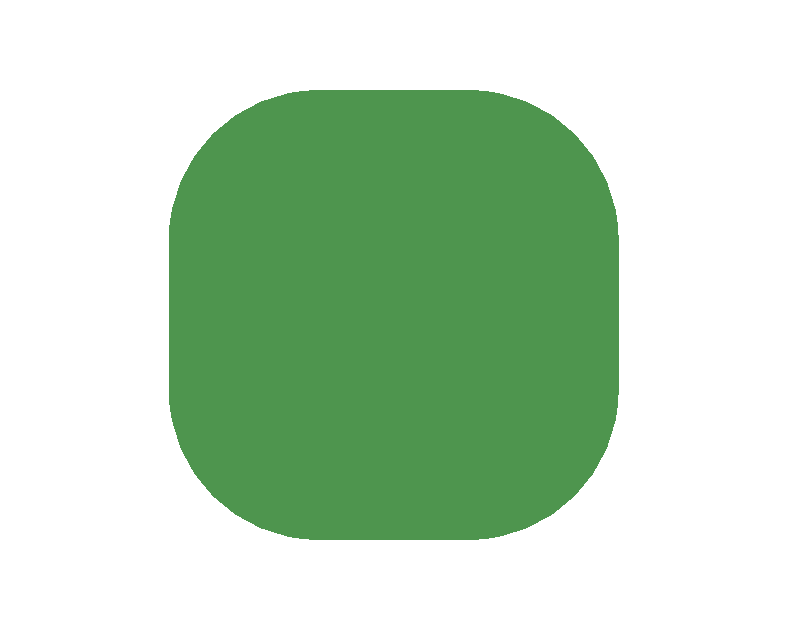
<source format=gbr>
%FSLAX11Y11*%%MOIN*%%ADD10R,1.0X0.5*%D10*G74*G36*X05Y0D02*G01X10D01*G03X15Y05J05D01*G01Y10D01*G03X10Y15I05D01*G01X05D01*G03X0Y10J05D01*G01Y05D01*G03X05Y0I05D01*G37*M02*
</source>
